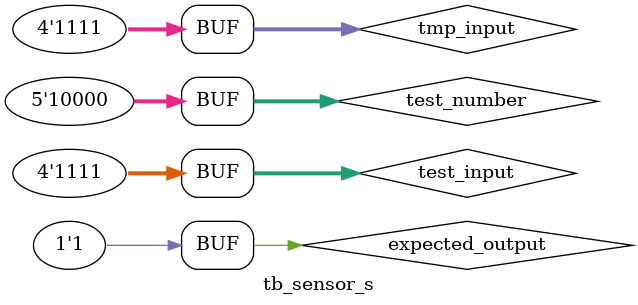
<source format=sv>

module tb_sensor_s
();

	wire [3:0] test_input;
	wire test_output;

	`define NUM_TEST_CASES 16
	`define MAX_TEST_VAL (`NUM_TEST_CASES - 1)
	
	reg [4:0] test_number;
	reg [3:0] tmp_input;
	reg expected_output;

	sensor_s DUT(.sensors(test_input), .error(test_output));
	
	assign test_input = tmp_input;
	
	initial
	begin
		for(test_number = 0; test_number < `NUM_TEST_CASES; test_number = test_number + 1)
		begin
			// Send test input to design
			tmp_input = test_number[3:0];
			
			// Calculate the expected result
			expected_output = 1'b0;
			
			if(tmp_input[0] == 1'b1)
			begin
				expected_output = 1'b1;
			end
			else if ((tmp_input[1] == 1'b1) && ((tmp_input[2] == 1'b1) || (tmp_input[3] == 1'b1)))
			begin
				expected_output = 1'b1;
			end
			
			// wait to allow design to process input
			#10ns 
			
			// Check expected with actual output from design
			if(test_output == expected_output) // Test case passed
				$display("Test case %d Passed!", test_number);
			else // Test case failed
				$display("Test case %d Failed!", test_number);
		end
	end
endmodule
</source>
